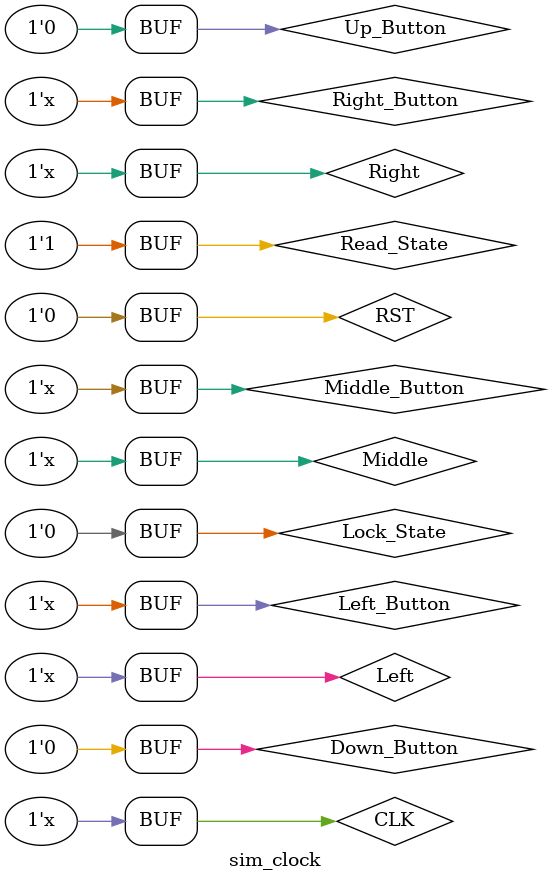
<source format=v>
`timescale 1ns / 1ps

module sim_clock();
    reg CLK, RST;
    reg Left; 
    reg Right; 
    reg Middle; 
    wire Left_Button, Right_Button, Up_Button, Down_Button, Middle_Button;
    wire Lock_State, Read_State;
    initial
        begin
            CLK = 0;
            RST = 0;
            Left = 0;
            Right = 0;
            Middle = 0;
        end
    always #20 CLK = ~CLK;
    always #20 Left = ~Left;    
    always #40 Right = ~Right;
    always #30 Middle = ~Middle;
    assign Left_Button = Left;
    assign Right_Button = Right;
    assign Middle_Button = Middle;
    assign Up_Button = 1'b0;
    assign Down_Button = 1'b0;
    assign Read_State = 1'b1;
    assign Lock_State = 1'b0;
    clock C1(
        .CLK(CLK),
        .RST(RST),
        .Time(Time),
        .Read_State(Read_State),
        .Lock_State(Lock_State),
        .Middle_Button(Middle_Button),
        .Left_Button(Left_Button),
        .Right_Button(Right_Button),
        .Up_Button(Up_Button),
        .Down_Button(Down_Button)
    );
endmodule

</source>
